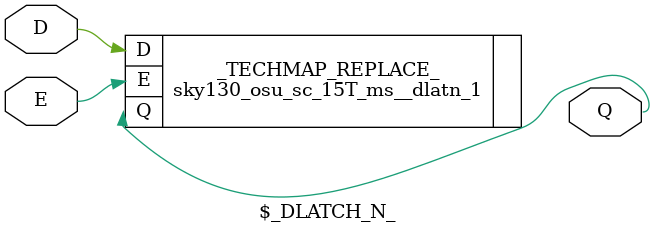
<source format=v>
module $_DLATCH_P_(input E, input D, output Q);
    sky130_osu_sc_15T_ms__dlat_1 _TECHMAP_REPLACE_ (
        .D(D),
        .E(E),
        .Q(Q)
        );
endmodule

module $_DLATCH_N_(input E, input D, output Q);
    sky130_osu_sc_15T_ms__dlatn_1 _TECHMAP_REPLACE_ (
        .D(D),
        .E(E),
        .Q(Q)
        );
endmodule

</source>
